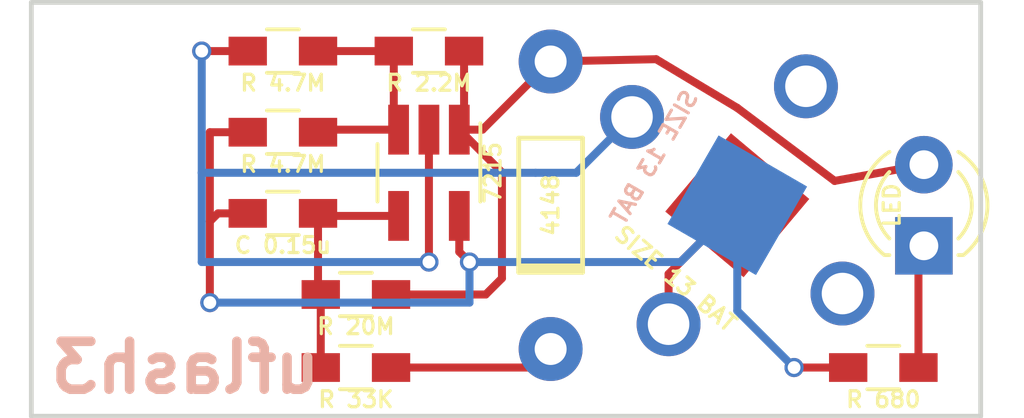
<source format=kicad_pcb>
(kicad_pcb (version 4) (host pcbnew 4.0.7-e2-6376~58~ubuntu16.04.1)

  (general
    (links 0)
    (no_connects 0)
    (area 180.174999 81.712999 212.906 94.868)
    (thickness 1.6)
    (drawings 5)
    (tracks 59)
    (zones 0)
    (modules 13)
    (nets 1)
  )

  (page A4)
  (layers
    (0 F.Cu signal)
    (31 B.Cu signal)
    (32 B.Adhes user)
    (33 F.Adhes user)
    (34 B.Paste user)
    (35 F.Paste user)
    (36 B.SilkS user)
    (37 F.SilkS user)
    (38 B.Mask user)
    (39 F.Mask user)
    (40 Dwgs.User user)
    (41 Cmts.User user)
    (42 Eco1.User user)
    (43 Eco2.User user)
    (44 Edge.Cuts user)
    (45 Margin user)
    (46 B.CrtYd user)
    (47 F.CrtYd user)
    (48 B.Fab user)
    (49 F.Fab user)
  )

  (setup
    (last_trace_width 0.25)
    (trace_clearance 0.2)
    (zone_clearance 0.508)
    (zone_45_only no)
    (trace_min 0.2)
    (segment_width 0.2)
    (edge_width 0.15)
    (via_size 0.6)
    (via_drill 0.4)
    (via_min_size 0.4)
    (via_min_drill 0.3)
    (uvia_size 0.3)
    (uvia_drill 0.1)
    (uvias_allowed no)
    (uvia_min_size 0.2)
    (uvia_min_drill 0.1)
    (pcb_text_width 0.3)
    (pcb_text_size 1.5 1.5)
    (mod_edge_width 0.15)
    (mod_text_size 1 1)
    (mod_text_width 0.15)
    (pad_size 1.524 1.524)
    (pad_drill 0.762)
    (pad_to_mask_clearance 0.2)
    (aux_axis_origin 0 0)
    (visible_elements FFFFFF7F)
    (pcbplotparams
      (layerselection 0x00030_80000001)
      (usegerberextensions false)
      (excludeedgelayer true)
      (linewidth 0.150000)
      (plotframeref false)
      (viasonmask false)
      (mode 1)
      (useauxorigin false)
      (hpglpennumber 1)
      (hpglpenspeed 20)
      (hpglpendiameter 15)
      (hpglpenoverlay 2)
      (psnegative false)
      (psa4output false)
      (plotreference true)
      (plotvalue true)
      (plotinvisibletext false)
      (padsonsilk false)
      (subtractmaskfromsilk false)
      (outputformat 1)
      (mirror false)
      (drillshape 1)
      (scaleselection 1)
      (outputdirectory ""))
  )

  (net 0 "")

  (net_class Default "This is the default net class."
    (clearance 0.2)
    (trace_width 0.25)
    (via_dia 0.6)
    (via_drill 0.4)
    (uvia_dia 0.3)
    (uvia_drill 0.1)
  )

  (module Battery_Holders:Keystone_2989_1x13mm-CoinCell (layer B.Cu) (tedit 5A8A54CD) (tstamp 5A8A5458)
    (at 203.454 88.138 240)
    (descr http://www.keyelco.com/product-pdf.cfm)
    (tags "Keystone type 2989 coin cell retainer")
    (fp_text reference "SIZE 13 BAT" (at 0 3 240) (layer B.SilkS)
      (effects (font (size 0.5 0.5) (thickness 0.1)) (justify mirror))
    )
    (fp_text value "" (at 0 0 240) (layer B.SilkS)
      (effects (font (thickness 0.15)) (justify mirror))
    )
    (fp_circle (center 0 0) (end 0 -4.4) (layer Dwgs.User) (width 0.15))
    (pad 1 thru_hole circle (at -4.3 0 240) (size 2 2) (drill 1.3) (layers *.Cu *.Mask))
    (pad 1 thru_hole circle (at 4.3 0 240) (size 2 2) (drill 1.3) (layers *.Cu *.Mask))
    (pad 2 smd rect (at 0 0 240) (size 3.2 3.2) (layers B.Cu B.Mask))
    (model Battery_Holders.3dshapes/Keystone_2989_1x13mm-CoinCell.wrl
      (at (xyz 0 0 0))
      (scale (xyz 1 1 1))
      (rotate (xyz 0 0 0))
    )
  )

  (module Resistors_SMD:R_0603_HandSoldering (layer F.Cu) (tedit 5A8A5CAE) (tstamp 5A902C9A)
    (at 208.026 93.218 180)
    (descr "Resistor SMD 0603, hand soldering")
    (tags "resistor 0603")
    (attr smd)
    (fp_text reference "R 680" (at 0 -1 180) (layer F.SilkS)
      (effects (font (size 0.5 0.5) (thickness 0.1)))
    )
    (fp_text value "" (at 0 1.55 180) (layer F.Fab)
      (effects (font (size 1 1) (thickness 0.15)))
    )
    (fp_text user %R (at 0 0 180) (layer F.Fab)
      (effects (font (size 0.4 0.4) (thickness 0.075)))
    )
    (fp_line (start -0.8 0.4) (end -0.8 -0.4) (layer F.Fab) (width 0.1))
    (fp_line (start 0.8 0.4) (end -0.8 0.4) (layer F.Fab) (width 0.1))
    (fp_line (start 0.8 -0.4) (end 0.8 0.4) (layer F.Fab) (width 0.1))
    (fp_line (start -0.8 -0.4) (end 0.8 -0.4) (layer F.Fab) (width 0.1))
    (fp_line (start 0.5 0.68) (end -0.5 0.68) (layer F.SilkS) (width 0.12))
    (fp_line (start -0.5 -0.68) (end 0.5 -0.68) (layer F.SilkS) (width 0.12))
    (fp_line (start -1.96 -0.7) (end 1.95 -0.7) (layer F.CrtYd) (width 0.05))
    (fp_line (start -1.96 -0.7) (end -1.96 0.7) (layer F.CrtYd) (width 0.05))
    (fp_line (start 1.95 0.7) (end 1.95 -0.7) (layer F.CrtYd) (width 0.05))
    (fp_line (start 1.95 0.7) (end -1.96 0.7) (layer F.CrtYd) (width 0.05))
    (pad 1 smd rect (at -1.1 0 180) (size 1.2 0.9) (layers F.Cu F.Paste F.Mask))
    (pad 2 smd rect (at 1.1 0 180) (size 1.2 0.9) (layers F.Cu F.Paste F.Mask))
    (model ${KISYS3DMOD}/Resistors_SMD.3dshapes/R_0603.wrl
      (at (xyz 0 0 0))
      (scale (xyz 1 1 1))
      (rotate (xyz 0 0 0))
    )
  )

  (module Resistors_SMD:R_0603_HandSoldering (layer F.Cu) (tedit 5A8A470B) (tstamp 5A8A8B39)
    (at 191.516 93.218 180)
    (descr "Resistor SMD 0603, hand soldering")
    (tags "resistor 0603")
    (attr smd)
    (fp_text reference "R 33K" (at 0 -1 180) (layer F.SilkS)
      (effects (font (size 0.5 0.5) (thickness 0.1)))
    )
    (fp_text value "" (at 0 1.55 180) (layer F.Fab)
      (effects (font (size 1 1) (thickness 0.15)))
    )
    (fp_text user %R (at 0 0 180) (layer F.Fab)
      (effects (font (size 0.4 0.4) (thickness 0.075)))
    )
    (fp_line (start -0.8 0.4) (end -0.8 -0.4) (layer F.Fab) (width 0.1))
    (fp_line (start 0.8 0.4) (end -0.8 0.4) (layer F.Fab) (width 0.1))
    (fp_line (start 0.8 -0.4) (end 0.8 0.4) (layer F.Fab) (width 0.1))
    (fp_line (start -0.8 -0.4) (end 0.8 -0.4) (layer F.Fab) (width 0.1))
    (fp_line (start 0.5 0.68) (end -0.5 0.68) (layer F.SilkS) (width 0.12))
    (fp_line (start -0.5 -0.68) (end 0.5 -0.68) (layer F.SilkS) (width 0.12))
    (fp_line (start -1.96 -0.7) (end 1.95 -0.7) (layer F.CrtYd) (width 0.05))
    (fp_line (start -1.96 -0.7) (end -1.96 0.7) (layer F.CrtYd) (width 0.05))
    (fp_line (start 1.95 0.7) (end 1.95 -0.7) (layer F.CrtYd) (width 0.05))
    (fp_line (start 1.95 0.7) (end -1.96 0.7) (layer F.CrtYd) (width 0.05))
    (pad 1 smd rect (at -1.1 0 180) (size 1.2 0.9) (layers F.Cu F.Paste F.Mask))
    (pad 2 smd rect (at 1.1 0 180) (size 1.2 0.9) (layers F.Cu F.Paste F.Mask))
    (model ${KISYS3DMOD}/Resistors_SMD.3dshapes/R_0603.wrl
      (at (xyz 0 0 0))
      (scale (xyz 1 1 1))
      (rotate (xyz 0 0 0))
    )
  )

  (module Resistors_SMD:R_0603_HandSoldering (layer F.Cu) (tedit 5A9A9ADF) (tstamp 5A8A8B28)
    (at 191.516 90.932 180)
    (descr "Resistor SMD 0603, hand soldering")
    (tags "resistor 0603")
    (attr smd)
    (fp_text reference "R 20M" (at 0 -1 180) (layer F.SilkS)
      (effects (font (size 0.5 0.5) (thickness 0.1)))
    )
    (fp_text value "" (at 0 1.55 180) (layer F.Fab)
      (effects (font (size 1 1) (thickness 0.15)))
    )
    (fp_text user %R (at 0 0 180) (layer F.Fab)
      (effects (font (size 0.4 0.4) (thickness 0.075)))
    )
    (fp_line (start -0.8 0.4) (end -0.8 -0.4) (layer F.Fab) (width 0.1))
    (fp_line (start 0.8 0.4) (end -0.8 0.4) (layer F.Fab) (width 0.1))
    (fp_line (start 0.8 -0.4) (end 0.8 0.4) (layer F.Fab) (width 0.1))
    (fp_line (start -0.8 -0.4) (end 0.8 -0.4) (layer F.Fab) (width 0.1))
    (fp_line (start 0.5 0.68) (end -0.5 0.68) (layer F.SilkS) (width 0.12))
    (fp_line (start -0.5 -0.68) (end 0.5 -0.68) (layer F.SilkS) (width 0.12))
    (fp_line (start -1.96 -0.7) (end 1.95 -0.7) (layer F.CrtYd) (width 0.05))
    (fp_line (start -1.96 -0.7) (end -1.96 0.7) (layer F.CrtYd) (width 0.05))
    (fp_line (start 1.95 0.7) (end 1.95 -0.7) (layer F.CrtYd) (width 0.05))
    (fp_line (start 1.95 0.7) (end -1.96 0.7) (layer F.CrtYd) (width 0.05))
    (pad 1 smd rect (at -1.1 0 180) (size 1.2 0.9) (layers F.Cu F.Paste F.Mask))
    (pad 2 smd rect (at 1.1 0 180) (size 1.2 0.9) (layers F.Cu F.Paste F.Mask))
    (model ${KISYS3DMOD}/Resistors_SMD.3dshapes/R_0603.wrl
      (at (xyz 0 0 0))
      (scale (xyz 1 1 1))
      (rotate (xyz 0 0 0))
    )
  )

  (module Resistors_SMD:R_0603_HandSoldering (layer F.Cu) (tedit 5A8A4719) (tstamp 5A8A89B6)
    (at 189.23 88.392 180)
    (descr "Resistor SMD 0603, hand soldering")
    (tags "resistor 0603")
    (attr smd)
    (fp_text reference "C 0.15u" (at 0 -1 180) (layer F.SilkS)
      (effects (font (size 0.5 0.5) (thickness 0.1)))
    )
    (fp_text value "" (at 0 1.55 180) (layer F.Fab)
      (effects (font (size 1 1) (thickness 0.15)))
    )
    (fp_text user %R (at 0 0 180) (layer F.Fab)
      (effects (font (size 0.4 0.4) (thickness 0.075)))
    )
    (fp_line (start -0.8 0.4) (end -0.8 -0.4) (layer F.Fab) (width 0.1))
    (fp_line (start 0.8 0.4) (end -0.8 0.4) (layer F.Fab) (width 0.1))
    (fp_line (start 0.8 -0.4) (end 0.8 0.4) (layer F.Fab) (width 0.1))
    (fp_line (start -0.8 -0.4) (end 0.8 -0.4) (layer F.Fab) (width 0.1))
    (fp_line (start 0.5 0.68) (end -0.5 0.68) (layer F.SilkS) (width 0.12))
    (fp_line (start -0.5 -0.68) (end 0.5 -0.68) (layer F.SilkS) (width 0.12))
    (fp_line (start -1.96 -0.7) (end 1.95 -0.7) (layer F.CrtYd) (width 0.05))
    (fp_line (start -1.96 -0.7) (end -1.96 0.7) (layer F.CrtYd) (width 0.05))
    (fp_line (start 1.95 0.7) (end 1.95 -0.7) (layer F.CrtYd) (width 0.05))
    (fp_line (start 1.95 0.7) (end -1.96 0.7) (layer F.CrtYd) (width 0.05))
    (pad 1 smd rect (at -1.1 0 180) (size 1.2 0.9) (layers F.Cu F.Paste F.Mask))
    (pad 2 smd rect (at 1.1 0 180) (size 1.2 0.9) (layers F.Cu F.Paste F.Mask))
    (model ${KISYS3DMOD}/Resistors_SMD.3dshapes/R_0603.wrl
      (at (xyz 0 0 0))
      (scale (xyz 1 1 1))
      (rotate (xyz 0 0 0))
    )
  )

  (module Resistors_SMD:R_0603_HandSoldering (layer F.Cu) (tedit 5A8A472A) (tstamp 5A8A89A5)
    (at 189.23 85.852 180)
    (descr "Resistor SMD 0603, hand soldering")
    (tags "resistor 0603")
    (attr smd)
    (fp_text reference "R 4.7M" (at 0 -1 180) (layer F.SilkS)
      (effects (font (size 0.5 0.5) (thickness 0.1)))
    )
    (fp_text value "" (at 0 1.55 180) (layer F.Fab)
      (effects (font (size 1 1) (thickness 0.15)))
    )
    (fp_text user %R (at 0 0 180) (layer F.Fab)
      (effects (font (size 0.4 0.4) (thickness 0.075)))
    )
    (fp_line (start -0.8 0.4) (end -0.8 -0.4) (layer F.Fab) (width 0.1))
    (fp_line (start 0.8 0.4) (end -0.8 0.4) (layer F.Fab) (width 0.1))
    (fp_line (start 0.8 -0.4) (end 0.8 0.4) (layer F.Fab) (width 0.1))
    (fp_line (start -0.8 -0.4) (end 0.8 -0.4) (layer F.Fab) (width 0.1))
    (fp_line (start 0.5 0.68) (end -0.5 0.68) (layer F.SilkS) (width 0.12))
    (fp_line (start -0.5 -0.68) (end 0.5 -0.68) (layer F.SilkS) (width 0.12))
    (fp_line (start -1.96 -0.7) (end 1.95 -0.7) (layer F.CrtYd) (width 0.05))
    (fp_line (start -1.96 -0.7) (end -1.96 0.7) (layer F.CrtYd) (width 0.05))
    (fp_line (start 1.95 0.7) (end 1.95 -0.7) (layer F.CrtYd) (width 0.05))
    (fp_line (start 1.95 0.7) (end -1.96 0.7) (layer F.CrtYd) (width 0.05))
    (pad 1 smd rect (at -1.1 0 180) (size 1.2 0.9) (layers F.Cu F.Paste F.Mask))
    (pad 2 smd rect (at 1.1 0 180) (size 1.2 0.9) (layers F.Cu F.Paste F.Mask))
    (model ${KISYS3DMOD}/Resistors_SMD.3dshapes/R_0603.wrl
      (at (xyz 0 0 0))
      (scale (xyz 1 1 1))
      (rotate (xyz 0 0 0))
    )
  )

  (module Resistors_SMD:R_0603_HandSoldering (layer F.Cu) (tedit 5A8A5248) (tstamp 5A8A8994)
    (at 189.23 83.312)
    (descr "Resistor SMD 0603, hand soldering")
    (tags "resistor 0603")
    (attr smd)
    (fp_text reference "R 4.7M" (at 0 1) (layer F.SilkS)
      (effects (font (size 0.5 0.5) (thickness 0.1)))
    )
    (fp_text value "" (at 0 1.55) (layer F.Fab)
      (effects (font (size 1 1) (thickness 0.15)))
    )
    (fp_text user %R (at 0 0) (layer F.Fab)
      (effects (font (size 0.4 0.4) (thickness 0.075)))
    )
    (fp_line (start -0.8 0.4) (end -0.8 -0.4) (layer F.Fab) (width 0.1))
    (fp_line (start 0.8 0.4) (end -0.8 0.4) (layer F.Fab) (width 0.1))
    (fp_line (start 0.8 -0.4) (end 0.8 0.4) (layer F.Fab) (width 0.1))
    (fp_line (start -0.8 -0.4) (end 0.8 -0.4) (layer F.Fab) (width 0.1))
    (fp_line (start 0.5 0.68) (end -0.5 0.68) (layer F.SilkS) (width 0.12))
    (fp_line (start -0.5 -0.68) (end 0.5 -0.68) (layer F.SilkS) (width 0.12))
    (fp_line (start -1.96 -0.7) (end 1.95 -0.7) (layer F.CrtYd) (width 0.05))
    (fp_line (start -1.96 -0.7) (end -1.96 0.7) (layer F.CrtYd) (width 0.05))
    (fp_line (start 1.95 0.7) (end 1.95 -0.7) (layer F.CrtYd) (width 0.05))
    (fp_line (start 1.95 0.7) (end -1.96 0.7) (layer F.CrtYd) (width 0.05))
    (pad 1 smd rect (at -1.1 0) (size 1.2 0.9) (layers F.Cu F.Paste F.Mask))
    (pad 2 smd rect (at 1.1 0) (size 1.2 0.9) (layers F.Cu F.Paste F.Mask))
    (model ${KISYS3DMOD}/Resistors_SMD.3dshapes/R_0603.wrl
      (at (xyz 0 0 0))
      (scale (xyz 1 1 1))
      (rotate (xyz 0 0 0))
    )
  )

  (module TO_SOT_Packages_SMD:SOT-23-5_HandSoldering (layer F.Cu) (tedit 5A8A5517) (tstamp 5A8A54F0)
    (at 193.802 87.122 270)
    (descr "5-pin SOT23 package")
    (tags "SOT-23-5 hand-soldering")
    (attr smd)
    (fp_text reference 7215 (at 0 -2 270) (layer F.SilkS)
      (effects (font (size 0.5 0.5) (thickness 0.1)))
    )
    (fp_text value "" (at 0 2.9 270) (layer F.Fab)
      (effects (font (size 1 1) (thickness 0.15)))
    )
    (fp_text user %R (at 0 0 360) (layer F.Fab)
      (effects (font (size 0.5 0.5) (thickness 0.075)))
    )
    (fp_line (start -0.9 1.61) (end 0.9 1.61) (layer F.SilkS) (width 0.12))
    (fp_line (start 0.9 -1.61) (end -1.55 -1.61) (layer F.SilkS) (width 0.12))
    (fp_line (start -0.9 -0.9) (end -0.25 -1.55) (layer F.Fab) (width 0.1))
    (fp_line (start 0.9 -1.55) (end -0.25 -1.55) (layer F.Fab) (width 0.1))
    (fp_line (start -0.9 -0.9) (end -0.9 1.55) (layer F.Fab) (width 0.1))
    (fp_line (start 0.9 1.55) (end -0.9 1.55) (layer F.Fab) (width 0.1))
    (fp_line (start 0.9 -1.55) (end 0.9 1.55) (layer F.Fab) (width 0.1))
    (fp_line (start -2.38 -1.8) (end 2.38 -1.8) (layer F.CrtYd) (width 0.05))
    (fp_line (start -2.38 -1.8) (end -2.38 1.8) (layer F.CrtYd) (width 0.05))
    (fp_line (start 2.38 1.8) (end 2.38 -1.8) (layer F.CrtYd) (width 0.05))
    (fp_line (start 2.38 1.8) (end -2.38 1.8) (layer F.CrtYd) (width 0.05))
    (pad 1 smd rect (at -1.35 -0.95 270) (size 1.56 0.65) (layers F.Cu F.Paste F.Mask))
    (pad 2 smd rect (at -1.35 0 270) (size 1.56 0.65) (layers F.Cu F.Paste F.Mask))
    (pad 3 smd rect (at -1.35 0.95 270) (size 1.56 0.65) (layers F.Cu F.Paste F.Mask))
    (pad 4 smd rect (at 1.35 0.95 270) (size 1.56 0.65) (layers F.Cu F.Paste F.Mask))
    (pad 5 smd rect (at 1.35 -0.95 270) (size 1.56 0.65) (layers F.Cu F.Paste F.Mask))
    (model ${KISYS3DMOD}/TO_SOT_Packages_SMD.3dshapes\SOT-23-5.wrl
      (at (xyz 0 0 0))
      (scale (xyz 1 1 1))
      (rotate (xyz 0 0 0))
    )
  )

  (module Resistors_SMD:R_0603_HandSoldering (layer F.Cu) (tedit 5A8A5267) (tstamp 5A8A894E)
    (at 193.802 83.312)
    (descr "Resistor SMD 0603, hand soldering")
    (tags "resistor 0603")
    (attr smd)
    (fp_text reference "R 2.2M" (at 0 1) (layer F.SilkS)
      (effects (font (size 0.5 0.5) (thickness 0.1)))
    )
    (fp_text value "" (at 0 1.55) (layer F.Fab)
      (effects (font (size 1 1) (thickness 0.15)))
    )
    (fp_text user %R (at 0 0) (layer F.Fab)
      (effects (font (size 0.4 0.4) (thickness 0.075)))
    )
    (fp_line (start -0.8 0.4) (end -0.8 -0.4) (layer F.Fab) (width 0.1))
    (fp_line (start 0.8 0.4) (end -0.8 0.4) (layer F.Fab) (width 0.1))
    (fp_line (start 0.8 -0.4) (end 0.8 0.4) (layer F.Fab) (width 0.1))
    (fp_line (start -0.8 -0.4) (end 0.8 -0.4) (layer F.Fab) (width 0.1))
    (fp_line (start 0.5 0.68) (end -0.5 0.68) (layer F.SilkS) (width 0.12))
    (fp_line (start -0.5 -0.68) (end 0.5 -0.68) (layer F.SilkS) (width 0.12))
    (fp_line (start -1.96 -0.7) (end 1.95 -0.7) (layer F.CrtYd) (width 0.05))
    (fp_line (start -1.96 -0.7) (end -1.96 0.7) (layer F.CrtYd) (width 0.05))
    (fp_line (start 1.95 0.7) (end 1.95 -0.7) (layer F.CrtYd) (width 0.05))
    (fp_line (start 1.95 0.7) (end -1.96 0.7) (layer F.CrtYd) (width 0.05))
    (pad 1 smd rect (at -1.1 0) (size 1.2 0.9) (layers F.Cu F.Paste F.Mask))
    (pad 2 smd rect (at 1.1 0) (size 1.2 0.9) (layers F.Cu F.Paste F.Mask))
    (model ${KISYS3DMOD}/Resistors_SMD.3dshapes/R_0603.wrl
      (at (xyz 0 0 0))
      (scale (xyz 1 1 1))
      (rotate (xyz 0 0 0))
    )
  )

  (module LEDs:LED_Round_FlatTop_D3.0mm (layer F.Cu) (tedit 5A8A49E8) (tstamp 5A902AF5)
    (at 209.296 89.408 90)
    (descr "LED_Round_FlatTop, Round, FlatTop, diameter 3.0mm, 2 pins, http://www.kingbright.com/attachments/file/psearch/000/00/00/L-47XEC(Ver.9A).pdf")
    (tags "LED_Round_FlatTop Round FlatTop diameter 3.0mm 2 pins")
    (fp_text reference LED (at 1.27 -1 90) (layer F.SilkS)
      (effects (font (size 0.5 0.5) (thickness 0.1)))
    )
    (fp_text value "" (at 1.27 2.96 90) (layer F.Fab)
      (effects (font (size 0.5 0.5) (thickness 0.1)))
    )
    (fp_arc (start 1.27 0) (end -0.23 -1.16619) (angle 284.3) (layer F.Fab) (width 0.1))
    (fp_arc (start 1.27 0) (end -0.29 -1.235516) (angle 108.8) (layer F.SilkS) (width 0.12))
    (fp_arc (start 1.27 0) (end -0.29 1.235516) (angle -108.8) (layer F.SilkS) (width 0.12))
    (fp_arc (start 1.27 0) (end 0.229039 -1.08) (angle 87.9) (layer F.SilkS) (width 0.12))
    (fp_arc (start 1.27 0) (end 0.229039 1.08) (angle -87.9) (layer F.SilkS) (width 0.12))
    (fp_circle (center 1.27 0) (end 2.77 0) (layer F.Fab) (width 0.1))
    (fp_line (start -0.23 -1.16619) (end -0.23 1.16619) (layer F.Fab) (width 0.1))
    (fp_line (start -0.29 -1.236) (end -0.29 -1.08) (layer F.SilkS) (width 0.12))
    (fp_line (start -0.29 1.08) (end -0.29 1.236) (layer F.SilkS) (width 0.12))
    (fp_line (start -1.15 -2.25) (end -1.15 2.25) (layer F.CrtYd) (width 0.05))
    (fp_line (start -1.15 2.25) (end 3.7 2.25) (layer F.CrtYd) (width 0.05))
    (fp_line (start 3.7 2.25) (end 3.7 -2.25) (layer F.CrtYd) (width 0.05))
    (fp_line (start 3.7 -2.25) (end -1.15 -2.25) (layer F.CrtYd) (width 0.05))
    (pad 1 thru_hole rect (at 0 0 90) (size 1.8 1.8) (drill 0.9) (layers *.Cu *.Mask))
    (pad 2 thru_hole circle (at 2.54 0 90) (size 1.8 1.8) (drill 0.9) (layers *.Cu *.Mask))
    (model LEDs.3dshapes/LED_Round_FlatTop_D3.0mm.wrl
      (at (xyz 0 0 0))
      (scale (xyz 0.393701 0.393701 0.393701))
      (rotate (xyz 0 0 0))
    )
  )

  (module Battery_Holders:diode (layer F.Cu) (tedit 5A8A5505) (tstamp 5A8A5191)
    (at 197.612 88.138 90)
    (descr "diode 4.2max ,")
    (tags "diode 4.2max ,")
    (fp_text reference 4148 (at 0 0 90) (layer F.SilkS)
      (effects (font (size 0.5 0.5) (thickness 0.1)))
    )
    (fp_text value "" (at 0 0 90) (layer F.SilkS)
      (effects (font (thickness 0.15)))
    )
    (fp_line (start -2.1 1) (end 2.1 1) (layer F.SilkS) (width 0.15))
    (fp_line (start -2.1 -1) (end 2.1 -1) (layer F.SilkS) (width 0.15))
    (fp_line (start -1.9 1) (end -1.9 -1) (layer F.SilkS) (width 0.15))
    (fp_line (start -2 1) (end -2 -1) (layer F.SilkS) (width 0.15))
    (fp_line (start -2.1 1) (end -2.1 -1) (layer F.SilkS) (width 0.15))
    (fp_line (start 2.1 1) (end 2.1 -1) (layer F.SilkS) (width 0.15))
    (pad 1 thru_hole circle (at -4.5 0 90) (size 2 2) (drill 1) (layers *.Cu *.Mask))
    (pad 2 thru_hole circle (at 4.5 0 90) (size 2 2) (drill 1) (layers *.Cu *.Mask))
  )

  (module Mounting_Holes:MountingHole_3.5mm (layer F.Cu) (tedit 5A8A5B46) (tstamp 5A8A6290)
    (at 184.15 88.138)
    (descr "Mounting Hole 3.5mm, no annular")
    (tags "mounting hole 3.5mm no annular")
    (fp_text reference "" (at 0 -4.5) (layer F.SilkS)
      (effects (font (size 1 1) (thickness 0.15)))
    )
    (fp_text value "" (at 0 4.5) (layer F.Fab)
      (effects (font (size 1 1) (thickness 0.15)))
    )
    (fp_circle (center 0 0) (end 3.5 0) (layer Cmts.User) (width 0.15))
    (fp_circle (center 0 0) (end 3.75 0) (layer F.CrtYd) (width 0.05))
    (pad 1 np_thru_hole circle (at 0 0) (size 3.5 3.5) (drill 3.5) (layers *.Cu *.Mask))
  )

  (module Battery_Holders:Keystone_2989_1x13mm-CoinCell (layer F.Cu) (tedit 5A9A0734) (tstamp 5A9A09D6)
    (at 203.454 88.138 140)
    (descr http://www.keyelco.com/product-pdf.cfm)
    (tags "Keystone type 2989 coin cell retainer")
    (fp_text reference "SIZE 13 BAT" (at 0 -3 140) (layer F.SilkS)
      (effects (font (size 0.5 0.5) (thickness 0.1)))
    )
    (fp_text value "" (at 0 0 140) (layer F.SilkS)
      (effects (font (thickness 0.15)))
    )
    (fp_circle (center 0 0) (end 0 4.4) (layer Dwgs.User) (width 0.15))
    (pad 1 thru_hole circle (at -4.3 0 140) (size 2 2) (drill 1.3) (layers *.Cu *.Mask))
    (pad 1 thru_hole circle (at 4.3 0 140) (size 2 2) (drill 1.3) (layers *.Cu *.Mask))
    (pad 2 smd rect (at 0 0 140) (size 3.2 3.2) (layers F.Cu F.Mask))
    (model Battery_Holders.3dshapes/Keystone_2989_1x13mm-CoinCell.wrl
      (at (xyz 0 0 0))
      (scale (xyz 1 1 1))
      (rotate (xyz 0 0 0))
    )
  )

  (gr_line (start 181.356 81.788) (end 211.074 81.788) (angle 90) (layer Edge.Cuts) (width 0.15))
  (gr_line (start 211.074 94.742) (end 181.356 94.742) (angle 90) (layer Edge.Cuts) (width 0.15))
  (gr_text uflash3 (at 186.182 93.218) (layer B.SilkS)
    (effects (font (size 1.5 1.5) (thickness 0.3)) (justify mirror))
  )
  (gr_line (start 211.074 81.788) (end 211.074 94.742) (angle 90) (layer Edge.Cuts) (width 0.15))
  (gr_line (start 181.356 81.788) (end 181.356 94.742) (angle 90) (layer Edge.Cuts) (width 0.15))

  (segment (start 206.926 93.218) (end 205.232 93.218) (width 0.25) (layer F.Cu) (net 0) (status 400000))
  (segment (start 203.454 91.44) (end 203.454 88.138) (width 0.25) (layer B.Cu) (net 0) (tstamp 5A9A9A2A) (status 800000))
  (segment (start 205.232 93.218) (end 203.454 91.44) (width 0.25) (layer B.Cu) (net 0) (tstamp 5A9A9A29))
  (via (at 205.232 93.218) (size 0.6) (drill 0.4) (layers F.Cu B.Cu) (net 0))
  (segment (start 195.072 89.916) (end 201.676 89.916) (width 0.25) (layer B.Cu) (net 0))
  (segment (start 201.676 89.916) (end 203.454 88.138) (width 0.25) (layer B.Cu) (net 0) (tstamp 5A9A9A0E) (status 800000))
  (segment (start 201.304 91.861909) (end 201.304 90.288) (width 0.25) (layer F.Cu) (net 0) (status 400000))
  (segment (start 201.304 90.288) (end 203.454 88.138) (width 0.25) (layer F.Cu) (net 0) (tstamp 5A9A99F8) (status 800000))
  (segment (start 197.14 87.122) (end 198.412022 87.122) (width 0.25) (layer B.Cu) (net 0))
  (segment (start 198.412022 87.122) (end 200.160009 85.374013) (width 0.25) (layer B.Cu) (net 0) (tstamp 5A9A9963))
  (segment (start 197.14 87.122) (end 186.69 87.122) (width 0.25) (layer B.Cu) (net 0) (tstamp 5A8A5EAA))
  (segment (start 197.612 83.638) (end 200.914 83.566) (width 0.25) (layer F.Cu) (net 0) (status 400000))
  (segment (start 200.914 83.566) (end 203.454 85.09) (width 0.25) (layer F.Cu) (net 0) (tstamp 5A9A0A84))
  (segment (start 206.502 87.376) (end 209.296 86.868) (width 0.25) (layer F.Cu) (net 0) (tstamp 5A9A0A31))
  (segment (start 206.502 87.376) (end 206.502 87.376) (width 0.25) (layer F.Cu) (net 0) (tstamp 5A9A0A2F))
  (segment (start 203.454 85.09) (end 206.502 87.376) (width 0.25) (layer F.Cu) (net 0) (tstamp 5A9A0A2D))
  (segment (start 203.454 85.09) (end 203.454 85.09) (width 0.25) (layer F.Cu) (net 0) (tstamp 5A9A0A2B))
  (segment (start 209.126 93.218) (end 209.126 89.578) (width 0.25) (layer F.Cu) (net 0))
  (segment (start 209.126 89.578) (end 209.296 89.408) (width 0.25) (layer F.Cu) (net 0) (tstamp 5A8A635C))
  (segment (start 188.13 88.392) (end 187.198 88.392) (width 0.25) (layer F.Cu) (net 0))
  (segment (start 187.198 88.392) (end 186.944 88.646) (width 0.25) (layer F.Cu) (net 0) (tstamp 5A8A5F47))
  (segment (start 194.902 83.312) (end 194.902 85.622) (width 0.25) (layer F.Cu) (net 0))
  (segment (start 194.902 85.622) (end 194.752 85.772) (width 0.25) (layer F.Cu) (net 0) (tstamp 5A8A5F37))
  (segment (start 192.616 93.218) (end 197.032 93.218) (width 0.25) (layer F.Cu) (net 0))
  (segment (start 197.032 93.218) (end 197.612 92.638) (width 0.25) (layer F.Cu) (net 0) (tstamp 5A8A5215))
  (segment (start 194.752 85.772) (end 195.478 85.772) (width 0.25) (layer F.Cu) (net 0))
  (segment (start 195.478 85.772) (end 197.612 83.638) (width 0.25) (layer F.Cu) (net 0) (tstamp 5A8A5211))
  (segment (start 188.13 83.312) (end 186.69 83.312) (width 0.25) (layer F.Cu) (net 0))
  (via (at 186.69 83.312) (size 0.6) (drill 0.4) (layers F.Cu B.Cu) (net 0))
  (segment (start 186.69 83.312) (end 186.69 87.122) (width 0.25) (layer B.Cu) (net 0) (tstamp 5A903B9A))
  (segment (start 186.69 87.122) (end 186.69 89.916) (width 0.25) (layer B.Cu) (net 0) (tstamp 5A8A5EAD))
  (via (at 193.802 89.916) (size 0.6) (drill 0.4) (layers F.Cu B.Cu) (net 0))
  (segment (start 193.802 89.916) (end 186.69 89.916) (width 0.25) (layer B.Cu) (net 0) (tstamp 5A902C61))
  (segment (start 193.802 85.772) (end 193.802 89.916) (width 0.25) (layer F.Cu) (net 0))
  (segment (start 188.13 85.852) (end 186.944 85.852) (width 0.25) (layer F.Cu) (net 0))
  (via (at 186.944 91.186) (size 0.6) (drill 0.4) (layers F.Cu B.Cu) (net 0))
  (segment (start 186.944 85.852) (end 186.944 88.646) (width 0.25) (layer F.Cu) (net 0) (tstamp 5A903B90))
  (segment (start 186.944 88.646) (end 186.944 91.186) (width 0.25) (layer F.Cu) (net 0) (tstamp 5A8A5F49))
  (segment (start 192.616 90.932) (end 195.072 90.932) (width 0.25) (layer F.Cu) (net 0))
  (segment (start 196.088 87.108) (end 194.752 85.772) (width 0.25) (layer F.Cu) (net 0) (tstamp 5A902C81))
  (segment (start 196.088 90.424) (end 196.088 87.108) (width 0.25) (layer F.Cu) (net 0) (tstamp 5A902C80))
  (segment (start 195.58 90.932) (end 196.088 90.424) (width 0.25) (layer F.Cu) (net 0) (tstamp 5A902C7F))
  (segment (start 195.072 90.932) (end 195.58 90.932) (width 0.25) (layer F.Cu) (net 0) (tstamp 5A902C7E))
  (segment (start 194.752 88.472) (end 194.752 89.596) (width 0.25) (layer F.Cu) (net 0))
  (segment (start 195.072 91.186) (end 186.944 91.186) (width 0.25) (layer B.Cu) (net 0) (tstamp 5A902C7B))
  (segment (start 195.072 89.916) (end 195.072 91.186) (width 0.25) (layer B.Cu) (net 0) (tstamp 5A902C7A))
  (via (at 195.072 89.916) (size 0.6) (drill 0.4) (layers F.Cu B.Cu) (net 0))
  (segment (start 194.752 89.596) (end 195.072 89.916) (width 0.25) (layer F.Cu) (net 0) (tstamp 5A902C78))
  (segment (start 194.752 85.772) (end 194.752 85.786) (width 0.25) (layer F.Cu) (net 0))
  (segment (start 190.416 90.932) (end 190.416 93.218) (width 0.25) (layer F.Cu) (net 0))
  (segment (start 190.33 88.392) (end 190.33 90.846) (width 0.25) (layer F.Cu) (net 0))
  (segment (start 190.33 90.846) (end 190.416 90.932) (width 0.25) (layer F.Cu) (net 0) (tstamp 5A902C4D))
  (segment (start 192.852 88.472) (end 190.41 88.472) (width 0.25) (layer F.Cu) (net 0))
  (segment (start 190.41 88.472) (end 190.33 88.392) (width 0.25) (layer F.Cu) (net 0) (tstamp 5A902B84))
  (segment (start 192.852 85.772) (end 190.41 85.772) (width 0.25) (layer F.Cu) (net 0))
  (segment (start 190.41 85.772) (end 190.33 85.852) (width 0.25) (layer F.Cu) (net 0) (tstamp 5A902B81))
  (segment (start 192.702 83.312) (end 192.702 85.622) (width 0.25) (layer F.Cu) (net 0))
  (segment (start 192.702 85.622) (end 192.852 85.772) (width 0.25) (layer F.Cu) (net 0) (tstamp 5A902B7E))
  (segment (start 190.33 83.312) (end 192.702 83.312) (width 0.25) (layer F.Cu) (net 0))

)

</source>
